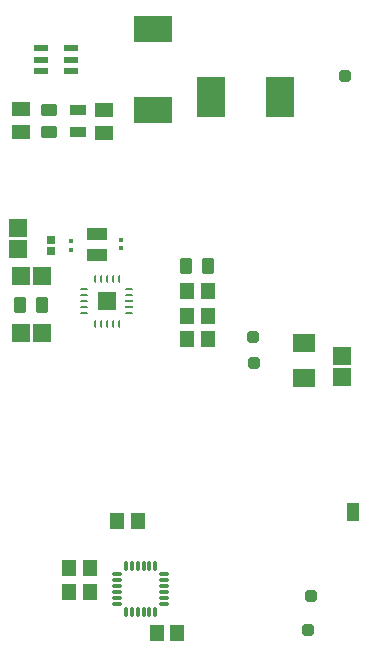
<source format=gbp>
G04*
G04 #@! TF.GenerationSoftware,Altium Limited,Altium Designer,19.0.15 (446)*
G04*
G04 Layer_Color=128*
%FSLAX44Y44*%
%MOMM*%
G71*
G01*
G75*
G04:AMPARAMS|DCode=21|XSize=1.016mm|YSize=1.016mm|CornerRadius=0.254mm|HoleSize=0mm|Usage=FLASHONLY|Rotation=90.000|XOffset=0mm|YOffset=0mm|HoleType=Round|Shape=RoundedRectangle|*
%AMROUNDEDRECTD21*
21,1,1.0160,0.5080,0,0,90.0*
21,1,0.5080,1.0160,0,0,90.0*
1,1,0.5080,0.2540,0.2540*
1,1,0.5080,0.2540,-0.2540*
1,1,0.5080,-0.2540,-0.2540*
1,1,0.5080,-0.2540,0.2540*
%
%ADD21ROUNDEDRECTD21*%
G04:AMPARAMS|DCode=26|XSize=1mm|YSize=1.42mm|CornerRadius=0.125mm|HoleSize=0mm|Usage=FLASHONLY|Rotation=90.000|XOffset=0mm|YOffset=0mm|HoleType=Round|Shape=RoundedRectangle|*
%AMROUNDEDRECTD26*
21,1,1.0000,1.1700,0,0,90.0*
21,1,0.7500,1.4200,0,0,90.0*
1,1,0.2500,0.5850,0.3750*
1,1,0.2500,0.5850,-0.3750*
1,1,0.2500,-0.5850,-0.3750*
1,1,0.2500,-0.5850,0.3750*
%
%ADD26ROUNDEDRECTD26*%
G04:AMPARAMS|DCode=27|XSize=1mm|YSize=1.42mm|CornerRadius=0.125mm|HoleSize=0mm|Usage=FLASHONLY|Rotation=0.000|XOffset=0mm|YOffset=0mm|HoleType=Round|Shape=RoundedRectangle|*
%AMROUNDEDRECTD27*
21,1,1.0000,1.1700,0,0,0.0*
21,1,0.7500,1.4200,0,0,0.0*
1,1,0.2500,0.3750,-0.5850*
1,1,0.2500,-0.3750,-0.5850*
1,1,0.2500,-0.3750,0.5850*
1,1,0.2500,0.3750,0.5850*
%
%ADD27ROUNDEDRECTD27*%
%ADD29R,1.3800X0.9200*%
%ADD30R,1.5046X1.5562*%
G04:AMPARAMS|DCode=40|XSize=1.016mm|YSize=1.016mm|CornerRadius=0.254mm|HoleSize=0mm|Usage=FLASHONLY|Rotation=0.000|XOffset=0mm|YOffset=0mm|HoleType=Round|Shape=RoundedRectangle|*
%AMROUNDEDRECTD40*
21,1,1.0160,0.5080,0,0,0.0*
21,1,0.5080,1.0160,0,0,0.0*
1,1,0.5080,0.2540,-0.2540*
1,1,0.5080,-0.2540,-0.2540*
1,1,0.5080,-0.2540,0.2540*
1,1,0.5080,0.2540,0.2540*
%
%ADD40ROUNDEDRECTD40*%
%ADD106R,1.0160X1.5240*%
%ADD107R,1.5562X1.5046*%
%ADD108R,1.8582X1.5055*%
%ADD109R,3.1800X2.2500*%
%ADD110R,1.1600X1.4700*%
%ADD111R,0.4000X0.3000*%
%ADD112R,1.7800X1.0200*%
%ADD113R,1.1500X1.4700*%
%ADD114R,2.4130X3.4290*%
%ADD115R,1.2000X0.6000*%
%ADD116R,1.5000X1.3000*%
G04:AMPARAMS|DCode=117|XSize=0.6937mm|YSize=0.2393mm|CornerRadius=0.0598mm|HoleSize=0mm|Usage=FLASHONLY|Rotation=90.000|XOffset=0mm|YOffset=0mm|HoleType=Round|Shape=RoundedRectangle|*
%AMROUNDEDRECTD117*
21,1,0.6937,0.1196,0,0,90.0*
21,1,0.5741,0.2393,0,0,90.0*
1,1,0.1196,0.0598,0.2870*
1,1,0.1196,0.0598,-0.2870*
1,1,0.1196,-0.0598,-0.2870*
1,1,0.1196,-0.0598,0.2870*
%
%ADD117ROUNDEDRECTD117*%
G04:AMPARAMS|DCode=118|XSize=0.2393mm|YSize=0.6937mm|CornerRadius=0.0598mm|HoleSize=0mm|Usage=FLASHONLY|Rotation=90.000|XOffset=0mm|YOffset=0mm|HoleType=Round|Shape=RoundedRectangle|*
%AMROUNDEDRECTD118*
21,1,0.2393,0.5741,0,0,90.0*
21,1,0.1196,0.6937,0,0,90.0*
1,1,0.1196,0.2870,0.0598*
1,1,0.1196,0.2870,-0.0598*
1,1,0.1196,-0.2870,-0.0598*
1,1,0.1196,-0.2870,0.0598*
%
%ADD118ROUNDEDRECTD118*%
%ADD119O,0.6937X0.2393*%
%ADD120R,0.6937X0.2393*%
G04:AMPARAMS|DCode=122|XSize=0.79mm|YSize=0.26mm|CornerRadius=0.065mm|HoleSize=0mm|Usage=FLASHONLY|Rotation=180.000|XOffset=0mm|YOffset=0mm|HoleType=Round|Shape=RoundedRectangle|*
%AMROUNDEDRECTD122*
21,1,0.7900,0.1300,0,0,180.0*
21,1,0.6600,0.2600,0,0,180.0*
1,1,0.1300,-0.3300,0.0650*
1,1,0.1300,0.3300,0.0650*
1,1,0.1300,0.3300,-0.0650*
1,1,0.1300,-0.3300,-0.0650*
%
%ADD122ROUNDEDRECTD122*%
G04:AMPARAMS|DCode=123|XSize=0.79mm|YSize=0.26mm|CornerRadius=0.065mm|HoleSize=0mm|Usage=FLASHONLY|Rotation=90.000|XOffset=0mm|YOffset=0mm|HoleType=Round|Shape=RoundedRectangle|*
%AMROUNDEDRECTD123*
21,1,0.7900,0.1300,0,0,90.0*
21,1,0.6600,0.2600,0,0,90.0*
1,1,0.1300,0.0650,0.3300*
1,1,0.1300,0.0650,-0.3300*
1,1,0.1300,-0.0650,-0.3300*
1,1,0.1300,-0.0650,0.3300*
%
%ADD123ROUNDEDRECTD123*%
%ADD124R,0.6725X0.7653*%
%ADD132R,1.6444X1.6444*%
D21*
X245840Y282380D02*
D03*
D26*
X72617Y496298D02*
D03*
Y477598D02*
D03*
D27*
X66959Y331415D02*
D03*
X48259D02*
D03*
X207465Y364545D02*
D03*
X188765D02*
D03*
D29*
X96720Y477615D02*
D03*
Y496715D02*
D03*
D30*
X66676Y307591D02*
D03*
X48661D02*
D03*
X48663Y356029D02*
D03*
X66679D02*
D03*
D40*
X323440Y525318D02*
D03*
X245590Y304380D02*
D03*
X291470Y56487D02*
D03*
X294771Y85415D02*
D03*
D106*
X330123Y156170D02*
D03*
D107*
X320871Y288271D02*
D03*
Y270255D02*
D03*
X46245Y379064D02*
D03*
Y397079D02*
D03*
D108*
X288514Y270059D02*
D03*
Y299586D02*
D03*
D109*
X160797Y565529D02*
D03*
Y496429D02*
D03*
D110*
X147529Y148749D02*
D03*
X129929D02*
D03*
X207062Y302915D02*
D03*
X189461D02*
D03*
X189466Y343112D02*
D03*
X207066D02*
D03*
X189764Y322548D02*
D03*
X207363D02*
D03*
X107420Y88138D02*
D03*
X89820D02*
D03*
D111*
X133203Y379633D02*
D03*
Y386633D02*
D03*
X90802Y385493D02*
D03*
Y378493D02*
D03*
D112*
X113315Y373539D02*
D03*
Y391339D02*
D03*
D113*
X107156Y109050D02*
D03*
X89556D02*
D03*
X163600Y54090D02*
D03*
X181200D02*
D03*
D114*
X268284Y507512D02*
D03*
X209863D02*
D03*
D115*
X91573Y548701D02*
D03*
Y539201D02*
D03*
Y529701D02*
D03*
X65573D02*
D03*
Y539201D02*
D03*
Y548701D02*
D03*
D116*
X48948Y477595D02*
D03*
Y497595D02*
D03*
X119091Y496948D02*
D03*
Y476948D02*
D03*
D117*
X131380Y315830D02*
D03*
X126380D02*
D03*
X121380D02*
D03*
X116380D02*
D03*
X111380D02*
D03*
Y353600D02*
D03*
X116380D02*
D03*
X121380D02*
D03*
X126380D02*
D03*
X131380D02*
D03*
D118*
X102495Y324715D02*
D03*
Y329715D02*
D03*
Y334715D02*
D03*
Y339715D02*
D03*
Y344715D02*
D03*
X140265D02*
D03*
Y339715D02*
D03*
Y324715D02*
D03*
D119*
Y334715D02*
D03*
D120*
Y329715D02*
D03*
D122*
X169737Y103693D02*
D03*
Y98693D02*
D03*
Y93693D02*
D03*
Y88693D02*
D03*
Y83693D02*
D03*
Y78693D02*
D03*
X130337D02*
D03*
Y83693D02*
D03*
Y88693D02*
D03*
Y93693D02*
D03*
Y98693D02*
D03*
Y103693D02*
D03*
D123*
X162537Y71493D02*
D03*
X157537D02*
D03*
X152537D02*
D03*
X147537D02*
D03*
X142537D02*
D03*
X137537D02*
D03*
Y110893D02*
D03*
X142537D02*
D03*
X147537D02*
D03*
X152537D02*
D03*
X157537D02*
D03*
X162537D02*
D03*
D124*
X74310Y377448D02*
D03*
Y386519D02*
D03*
D132*
X121380Y334720D02*
D03*
M02*

</source>
